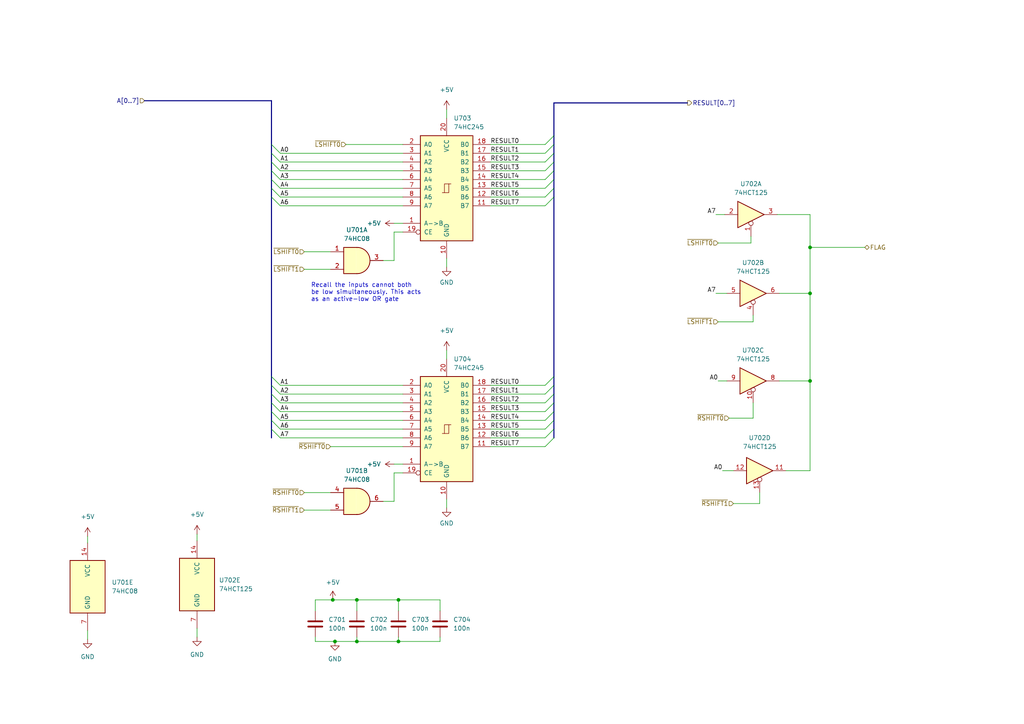
<source format=kicad_sch>
(kicad_sch (version 20211123) (generator eeschema)
  (paper "A4")
  (lib_symbols
    (symbol "74xx:74HC245" (pin_names (offset 1.016))
      (property "Reference" "U" (at -7.62 16.51 0))
      (property "Value" "74HC245" (at -7.62 -16.51 0))
      (symbol "74HC245_1_0"
        (polyline (pts (xy -0.635 -1.27) (xy -0.635 1.27) (xy 0.635 1.27)))
        (polyline (pts (xy -1.27 -1.27) (xy 0.635 -1.27) (xy 0.635 1.27) (xy 1.27 1.27)))
        (pin input line (at -12.7 -10.16 0) (length 5.08) (name "A->B") (number "1"))
        (pin power_in line (at 0 -20.32 90) (length 5.08) (name "GND") (number "10"))
        (pin tri_state line (at 12.7 -5.08 180) (length 5.08) (name "B7") (number "11"))
        (pin tri_state line (at 12.7 -2.54 180) (length 5.08) (name "B6") (number "12"))
        (pin tri_state line (at 12.7 0 180) (length 5.08) (name "B5") (number "13"))
        (pin tri_state line (at 12.7 2.54 180) (length 5.08) (name "B4") (number "14"))
        (pin tri_state line (at 12.7 5.08 180) (length 5.08) (name "B3") (number "15"))
        (pin tri_state line (at 12.7 7.62 180) (length 5.08) (name "B2") (number "16"))
        (pin tri_state line (at 12.7 10.16 180) (length 5.08) (name "B1") (number "17"))
        (pin tri_state line (at 12.7 12.7 180) (length 5.08) (name "B0") (number "18"))
        (pin input inverted (at -12.7 -12.7 0) (length 5.08) (name "CE") (number "19"))
        (pin tri_state line (at -12.7 12.7 0) (length 5.08) (name "A0") (number "2"))
        (pin power_in line (at 0 20.32 270) (length 5.08) (name "VCC") (number "20"))
        (pin tri_state line (at -12.7 10.16 0) (length 5.08) (name "A1") (number "3"))
        (pin tri_state line (at -12.7 7.62 0) (length 5.08) (name "A2") (number "4"))
        (pin tri_state line (at -12.7 5.08 0) (length 5.08) (name "A3") (number "5"))
        (pin tri_state line (at -12.7 2.54 0) (length 5.08) (name "A4") (number "6"))
        (pin tri_state line (at -12.7 0 0) (length 5.08) (name "A5") (number "7"))
        (pin tri_state line (at -12.7 -2.54 0) (length 5.08) (name "A6") (number "8"))
        (pin tri_state line (at -12.7 -5.08 0) (length 5.08) (name "A7") (number "9"))
      )
      (symbol "74HC245_1_1"
        (rectangle (start -7.62 15.24) (end 7.62 -15.24) (stroke (width 0.254)) (fill (type background)))
      )
    )
    (symbol "74xx:74LS08" (pin_names (offset 1.016))
      (property "Reference" "U" (at 0 1.27 0))
      (property "Value" "74LS08" (at 0 -1.27 0))
      (symbol "74LS08_1_1"
        (arc (start 0 -3.81) (mid 3.81 0) (end 0 3.81) (stroke (width 0.254)) (fill (type background)))
        (polyline (pts (xy 0 3.81) (xy -3.81 3.81) (xy -3.81 -3.81) (xy 0 -3.81)) (stroke (width 0.254)) (fill (type background)))
        (pin input line (at -7.62 2.54 0) (length 3.81) (name "~") (number "1"))
        (pin input line (at -7.62 -2.54 0) (length 3.81) (name "~") (number "2"))
        (pin output line (at 7.62 0 180) (length 3.81) (name "~") (number "3"))
      )
      (symbol "74LS08_1_2"
        (arc (start -3.81 -3.81) (mid -2.589 0) (end -3.81 3.81) (stroke (width 0.254)))
        (arc (start -0.6096 -3.81) (mid 2.1842 -2.5851) (end 3.81 0) (stroke (width 0.254)) (fill (type background)))
        (polyline (pts (xy -3.81 -3.81) (xy -0.635 -3.81)) (stroke (width 0.254)) (fill (type background)))
        (polyline (pts (xy -3.81 3.81) (xy -0.635 3.81)) (stroke (width 0.254)) (fill (type background)))
        (polyline (pts (xy -0.635 3.81) (xy -3.81 3.81) (xy -3.81 3.81) (xy -3.556 3.4036) (xy -3.0226 2.2606) (xy -2.6924 1.0414) (xy -2.6162 -0.254) (xy -2.7686 -1.4986) (xy -3.175 -2.7178) (xy -3.81 -3.81) (xy -3.81 -3.81) (xy -0.635 -3.81)) (stroke (width -25.4)) (fill (type background)))
        (arc (start 3.81 0) (mid 2.1915 2.5936) (end -0.6096 3.81) (stroke (width 0.254)) (fill (type background)))
        (pin input inverted (at -7.62 2.54 0) (length 4.318) (name "~") (number "1"))
        (pin input inverted (at -7.62 -2.54 0) (length 4.318) (name "~") (number "2"))
        (pin output inverted (at 7.62 0 180) (length 3.81) (name "~") (number "3"))
      )
      (symbol "74LS08_2_1"
        (arc (start 0 -3.81) (mid 3.81 0) (end 0 3.81) (stroke (width 0.254)) (fill (type background)))
        (polyline (pts (xy 0 3.81) (xy -3.81 3.81) (xy -3.81 -3.81) (xy 0 -3.81)) (stroke (width 0.254)) (fill (type background)))
        (pin input line (at -7.62 2.54 0) (length 3.81) (name "~") (number "4"))
        (pin input line (at -7.62 -2.54 0) (length 3.81) (name "~") (number "5"))
        (pin output line (at 7.62 0 180) (length 3.81) (name "~") (number "6"))
      )
      (symbol "74LS08_2_2"
        (arc (start -3.81 -3.81) (mid -2.589 0) (end -3.81 3.81) (stroke (width 0.254)))
        (arc (start -0.6096 -3.81) (mid 2.1842 -2.5851) (end 3.81 0) (stroke (width 0.254)) (fill (type background)))
        (polyline (pts (xy -3.81 -3.81) (xy -0.635 -3.81)) (stroke (width 0.254)) (fill (type background)))
        (polyline (pts (xy -3.81 3.81) (xy -0.635 3.81)) (stroke (width 0.254)) (fill (type background)))
        (polyline (pts (xy -0.635 3.81) (xy -3.81 3.81) (xy -3.81 3.81) (xy -3.556 3.4036) (xy -3.0226 2.2606) (xy -2.6924 1.0414) (xy -2.6162 -0.254) (xy -2.7686 -1.4986) (xy -3.175 -2.7178) (xy -3.81 -3.81) (xy -3.81 -3.81) (xy -0.635 -3.81)) (stroke (width -25.4)) (fill (type background)))
        (arc (start 3.81 0) (mid 2.1915 2.5936) (end -0.6096 3.81) (stroke (width 0.254)) (fill (type background)))
        (pin input inverted (at -7.62 2.54 0) (length 4.318) (name "~") (number "4"))
        (pin input inverted (at -7.62 -2.54 0) (length 4.318) (name "~") (number "5"))
        (pin output inverted (at 7.62 0 180) (length 3.81) (name "~") (number "6"))
      )
      (symbol "74LS08_3_1"
        (arc (start 0 -3.81) (mid 3.81 0) (end 0 3.81) (stroke (width 0.254)) (fill (type background)))
        (polyline (pts (xy 0 3.81) (xy -3.81 3.81) (xy -3.81 -3.81) (xy 0 -3.81)) (stroke (width 0.254)) (fill (type background)))
        (pin input line (at -7.62 -2.54 0) (length 3.81) (name "~") (number "10"))
        (pin output line (at 7.62 0 180) (length 3.81) (name "~") (number "8"))
        (pin input line (at -7.62 2.54 0) (length 3.81) (name "~") (number "9"))
      )
      (symbol "74LS08_3_2"
        (arc (start -3.81 -3.81) (mid -2.589 0) (end -3.81 3.81) (stroke (width 0.254)))
        (arc (start -0.6096 -3.81) (mid 2.1842 -2.5851) (end 3.81 0) (stroke (width 0.254)) (fill (type background)))
        (polyline (pts (xy -3.81 -3.81) (xy -0.635 -3.81)) (stroke (width 0.254)) (fill (type background)))
        (polyline (pts (xy -3.81 3.81) (xy -0.635 3.81)) (stroke (width 0.254)) (fill (type background)))
        (polyline (pts (xy -0.635 3.81) (xy -3.81 3.81) (xy -3.81 3.81) (xy -3.556 3.4036) (xy -3.0226 2.2606) (xy -2.6924 1.0414) (xy -2.6162 -0.254) (xy -2.7686 -1.4986) (xy -3.175 -2.7178) (xy -3.81 -3.81) (xy -3.81 -3.81) (xy -0.635 -3.81)) (stroke (width -25.4)) (fill (type background)))
        (arc (start 3.81 0) (mid 2.1915 2.5936) (end -0.6096 3.81) (stroke (width 0.254)) (fill (type background)))
        (pin input inverted (at -7.62 -2.54 0) (length 4.318) (name "~") (number "10"))
        (pin output inverted (at 7.62 0 180) (length 3.81) (name "~") (number "8"))
        (pin input inverted (at -7.62 2.54 0) (length 4.318) (name "~") (number "9"))
      )
      (symbol "74LS08_4_1"
        (arc (start 0 -3.81) (mid 3.81 0) (end 0 3.81) (stroke (width 0.254)) (fill (type background)))
        (polyline (pts (xy 0 3.81) (xy -3.81 3.81) (xy -3.81 -3.81) (xy 0 -3.81)) (stroke (width 0.254)) (fill (type background)))
        (pin output line (at 7.62 0 180) (length 3.81) (name "~") (number "11"))
        (pin input line (at -7.62 2.54 0) (length 3.81) (name "~") (number "12"))
        (pin input line (at -7.62 -2.54 0) (length 3.81) (name "~") (number "13"))
      )
      (symbol "74LS08_4_2"
        (arc (start -3.81 -3.81) (mid -2.589 0) (end -3.81 3.81) (stroke (width 0.254)))
        (arc (start -0.6096 -3.81) (mid 2.1842 -2.5851) (end 3.81 0) (stroke (width 0.254)) (fill (type background)))
        (polyline (pts (xy -3.81 -3.81) (xy -0.635 -3.81)) (stroke (width 0.254)) (fill (type background)))
        (polyline (pts (xy -3.81 3.81) (xy -0.635 3.81)) (stroke (width 0.254)) (fill (type background)))
        (polyline (pts (xy -0.635 3.81) (xy -3.81 3.81) (xy -3.81 3.81) (xy -3.556 3.4036) (xy -3.0226 2.2606) (xy -2.6924 1.0414) (xy -2.6162 -0.254) (xy -2.7686 -1.4986) (xy -3.175 -2.7178) (xy -3.81 -3.81) (xy -3.81 -3.81) (xy -0.635 -3.81)) (stroke (width -25.4)) (fill (type background)))
        (arc (start 3.81 0) (mid 2.1915 2.5936) (end -0.6096 3.81) (stroke (width 0.254)) (fill (type background)))
        (pin output inverted (at 7.62 0 180) (length 3.81) (name "~") (number "11"))
        (pin input inverted (at -7.62 2.54 0) (length 4.318) (name "~") (number "12"))
        (pin input inverted (at -7.62 -2.54 0) (length 4.318) (name "~") (number "13"))
      )
      (symbol "74LS08_5_0"
        (pin power_in line (at 0 12.7 270) (length 5.08) (name "VCC") (number "14"))
        (pin power_in line (at 0 -12.7 90) (length 5.08) (name "GND") (number "7"))
      )
      (symbol "74LS08_5_1"
        (rectangle (start -5.08 7.62) (end 5.08 -7.62) (stroke (width 0.254)) (fill (type background)))
      )
    )
    (symbol "74xx:74LS125" (pin_names (offset 1.016))
      (property "Reference" "U" (at 0 1.27 0))
      (property "Value" "74LS125" (at 0 -1.27 0))
      (symbol "74LS125_1_0"
        (polyline (pts (xy -3.81 3.81) (xy -3.81 -3.81) (xy 3.81 0) (xy -3.81 3.81)) (stroke (width 0.254)) (fill (type background)))
        (pin input inverted (at 0 -6.35 90) (length 4.445) (name "~") (number "1"))
        (pin input line (at -7.62 0 0) (length 3.81) (name "~") (number "2"))
        (pin tri_state line (at 7.62 0 180) (length 3.81) (name "~") (number "3"))
      )
      (symbol "74LS125_2_0"
        (polyline (pts (xy -3.81 3.81) (xy -3.81 -3.81) (xy 3.81 0) (xy -3.81 3.81)) (stroke (width 0.254)) (fill (type background)))
        (pin input inverted (at 0 -6.35 90) (length 4.445) (name "~") (number "4"))
        (pin input line (at -7.62 0 0) (length 3.81) (name "~") (number "5"))
        (pin tri_state line (at 7.62 0 180) (length 3.81) (name "~") (number "6"))
      )
      (symbol "74LS125_3_0"
        (polyline (pts (xy -3.81 3.81) (xy -3.81 -3.81) (xy 3.81 0) (xy -3.81 3.81)) (stroke (width 0.254)) (fill (type background)))
        (pin input inverted (at 0 -6.35 90) (length 4.445) (name "~") (number "10"))
        (pin tri_state line (at 7.62 0 180) (length 3.81) (name "~") (number "8"))
        (pin input line (at -7.62 0 0) (length 3.81) (name "~") (number "9"))
      )
      (symbol "74LS125_4_0"
        (polyline (pts (xy -3.81 3.81) (xy -3.81 -3.81) (xy 3.81 0) (xy -3.81 3.81)) (stroke (width 0.254)) (fill (type background)))
        (pin tri_state line (at 7.62 0 180) (length 3.81) (name "~") (number "11"))
        (pin input line (at -7.62 0 0) (length 3.81) (name "~") (number "12"))
        (pin input inverted (at 0 -6.35 90) (length 4.445) (name "~") (number "13"))
      )
      (symbol "74LS125_5_0"
        (pin power_in line (at 0 12.7 270) (length 5.08) (name "VCC") (number "14"))
        (pin power_in line (at 0 -12.7 90) (length 5.08) (name "GND") (number "7"))
      )
      (symbol "74LS125_5_1"
        (rectangle (start -5.08 7.62) (end 5.08 -7.62) (stroke (width 0.254)) (fill (type background)))
      )
    )
    (symbol "Device:C" (pin_numbers hide) (pin_names (offset 0.254))
      (property "Reference" "C" (at 0.635 2.54 0))
      (property "Value" "C" (at 0.635 -2.54 0))
      (symbol "C_0_1"
        (polyline (pts (xy -2.032 -0.762) (xy 2.032 -0.762)) (stroke (width 0.508)))
        (polyline (pts (xy -2.032 0.762) (xy 2.032 0.762)) (stroke (width 0.508)))
      )
      (symbol "C_1_1"
        (pin passive line (at 0 3.81 270) (length 2.794) (name "~") (number "1"))
        (pin passive line (at 0 -3.81 90) (length 2.794) (name "~") (number "2"))
      )
    )
    (symbol "GND_3" (power) (pin_names (offset 0))
      (property "Value" "GND_3" (at 0 -3.81 0))
      (symbol "GND_3_0_1"
        (polyline (pts (xy 0 0) (xy 0 -1.27) (xy 1.27 -1.27) (xy 0 -2.54) (xy -1.27 -1.27) (xy 0 -1.27)))
      )
      (symbol "GND_3_1_1"
        (pin power_in line (at 0 0 270) (length 0) hide (name "GND") (number "1"))
      )
    )
    (symbol "power:+5V" (power) (pin_names (offset 0))
      (property "Value" "+5V" (at 0 3.556 0))
      (symbol "+5V_0_1"
        (polyline (pts (xy -0.762 1.27) (xy 0 2.54)))
        (polyline (pts (xy 0 0) (xy 0 2.54)))
        (polyline (pts (xy 0 2.54) (xy 0.762 1.27)))
      )
      (symbol "+5V_1_1"
        (pin power_in line (at 0 0 90) (length 0) hide (name "+5V") (number "1"))
      )
    )
    (symbol "power:GND" (power) (pin_names (offset 0))
      (property "Value" "GND" (at 0 -3.81 0))
      (symbol "GND_0_1"
        (polyline (pts (xy 0 0) (xy 0 -1.27) (xy 1.27 -1.27) (xy 0 -2.54) (xy -1.27 -1.27) (xy 0 -1.27)))
      )
      (symbol "GND_1_1"
        (pin power_in line (at 0 0 270) (length 0) hide (name "GND") (number "1"))
      )
    )
  )
  (junction (at 103.505 173.99))
  (junction (at 115.57 186.055))
  (junction (at 103.505 186.055))
  (junction (at -33.02 197.485))
  (junction (at 234.95 110.49))
  (junction (at -33.02 212.09))
  (junction (at 234.95 85.09))
  (junction (at 115.57 173.99))
  (junction (at -33.02 200.025))
  (junction (at 234.95 71.755))
  (junction (at 96.52 173.99))
  (junction (at 97.155 186.055))
  (no_connect (at -13.335 214.63))
  (no_connect (at -13.335 197.485))
  (no_connect (at -13.97 181.61))
  (bus_entry (at 158.115 114.3) (size 2.54 -2.54))
  (bus_entry (at 78.74 57.15) (size 2.54 2.54))
  (bus_entry (at 158.115 59.69) (size 2.54 -2.54))
  (bus_entry (at 158.115 116.84) (size 2.54 -2.54))
  (bus_entry (at 78.74 49.53) (size 2.54 2.54))
  (bus_entry (at 158.115 57.15) (size 2.54 -2.54))
  (bus_entry (at 78.74 54.61) (size 2.54 2.54))
  (bus_entry (at 78.74 116.84) (size 2.54 2.54))
  (bus_entry (at 158.115 54.61) (size 2.54 -2.54))
  (bus_entry (at 78.74 119.38) (size 2.54 2.54))
  (bus_entry (at 158.115 111.76) (size 2.54 -2.54))
  (bus_entry (at 78.74 121.92) (size 2.54 2.54))
  (bus_entry (at 78.74 46.99) (size 2.54 2.54))
  (bus_entry (at 158.115 124.46) (size 2.54 -2.54))
  (bus_entry (at 158.115 119.38) (size 2.54 -2.54))
  (bus_entry (at 158.115 129.54) (size 2.54 -2.54))
  (bus_entry (at 158.115 41.91) (size 2.54 -2.54))
  (bus_entry (at 158.115 46.99) (size 2.54 -2.54))
  (bus_entry (at 158.115 52.07) (size 2.54 -2.54))
  (bus_entry (at 78.74 124.46) (size 2.54 2.54))
  (bus_entry (at 78.74 114.3) (size 2.54 2.54))
  (bus_entry (at 78.74 109.22) (size 2.54 2.54))
  (bus_entry (at 158.115 44.45) (size 2.54 -2.54))
  (bus_entry (at 158.115 121.92) (size 2.54 -2.54))
  (bus_entry (at 158.115 49.53) (size 2.54 -2.54))
  (bus_entry (at 78.74 41.91) (size 2.54 2.54))
  (bus_entry (at 78.74 44.45) (size 2.54 2.54))
  (bus_entry (at 158.115 127) (size 2.54 -2.54))
  (bus_entry (at 78.74 52.07) (size 2.54 2.54))
  (bus_entry (at 78.74 111.76) (size 2.54 2.54))
  (bus (pts (xy 78.74 111.76) (xy 78.74 114.3)))
  (wire (pts (xy 129.54 74.93) (xy 129.54 77.47)))
  (bus (pts (xy 160.655 127) (xy 160.655 124.46)))
  (wire (pts (xy 114.3 75.565) (xy 114.3 67.31)))
  (bus (pts (xy 160.655 109.22) (xy 160.655 57.15)))
  (wire (pts (xy 234.95 71.755) (xy 234.95 85.09)))
  (wire (pts (xy 127.635 186.055) (xy 127.635 184.785)))
  (wire (pts (xy 142.24 57.15) (xy 158.115 57.15)))
  (wire (pts (xy 81.28 119.38) (xy 116.84 119.38)))
  (wire (pts (xy 91.44 186.055) (xy 97.155 186.055)))
  (wire (pts (xy 95.885 129.54) (xy 116.84 129.54)))
  (wire (pts (xy 207.645 85.09) (xy 210.82 85.09)))
  (wire (pts (xy -33.02 197.485) (xy -33.02 194.945)))
  (wire (pts (xy -33.02 200.025) (xy -28.575 200.025)))
  (wire (pts (xy 81.28 121.92) (xy 116.84 121.92)))
  (wire (pts (xy 115.57 173.99) (xy 127.635 173.99)))
  (wire (pts (xy 142.24 46.99) (xy 158.115 46.99)))
  (bus (pts (xy 78.74 57.15) (xy 78.74 109.22)))
  (wire (pts (xy 81.28 49.53) (xy 116.84 49.53)))
  (wire (pts (xy 103.505 184.785) (xy 103.505 186.055)))
  (wire (pts (xy 209.55 136.525) (xy 212.725 136.525)))
  (wire (pts (xy -33.02 212.09) (xy -33.02 200.025)))
  (bus (pts (xy 78.74 121.92) (xy 78.74 124.46)))
  (bus (pts (xy 78.74 46.99) (xy 78.74 49.53)))
  (wire (pts (xy 234.95 110.49) (xy 234.95 136.525)))
  (bus (pts (xy 78.74 44.45) (xy 78.74 46.99)))
  (wire (pts (xy -34.925 197.485) (xy -33.02 197.485)))
  (wire (pts (xy 142.24 54.61) (xy 158.115 54.61)))
  (wire (pts (xy 91.44 184.785) (xy 91.44 186.055)))
  (wire (pts (xy 57.15 154.94) (xy 57.15 156.845)))
  (bus (pts (xy 78.74 116.84) (xy 78.74 119.38)))
  (wire (pts (xy 234.95 62.23) (xy 234.95 71.755)))
  (wire (pts (xy 129.54 144.78) (xy 129.54 147.32)))
  (bus (pts (xy 160.655 41.91) (xy 160.655 39.37)))
  (bus (pts (xy 160.655 124.46) (xy 160.655 121.92)))
  (wire (pts (xy 81.28 124.46) (xy 116.84 124.46)))
  (wire (pts (xy 81.28 116.84) (xy 116.84 116.84)))
  (wire (pts (xy 208.28 70.485) (xy 217.805 70.485)))
  (bus (pts (xy 160.655 119.38) (xy 160.655 116.84)))
  (wire (pts (xy 208.28 93.345) (xy 218.44 93.345)))
  (wire (pts (xy 91.44 177.165) (xy 91.44 173.99)))
  (wire (pts (xy 81.28 57.15) (xy 116.84 57.15)))
  (wire (pts (xy 142.24 121.92) (xy 158.115 121.92)))
  (wire (pts (xy 81.28 127) (xy 116.84 127)))
  (wire (pts (xy 220.345 146.05) (xy 220.345 142.875)))
  (wire (pts (xy 142.24 114.3) (xy 158.115 114.3)))
  (wire (pts (xy 25.4 182.88) (xy 25.4 185.42)))
  (wire (pts (xy 88.265 78.105) (xy 95.885 78.105)))
  (wire (pts (xy 103.505 173.99) (xy 103.505 177.165)))
  (wire (pts (xy -33.02 200.025) (xy -33.02 197.485)))
  (wire (pts (xy 127.635 173.99) (xy 127.635 177.165)))
  (wire (pts (xy -33.02 212.09) (xy -28.575 212.09)))
  (wire (pts (xy -33.02 194.945) (xy -28.575 194.945)))
  (wire (pts (xy 81.28 54.61) (xy 116.84 54.61)))
  (bus (pts (xy 160.655 54.61) (xy 160.655 52.07)))
  (wire (pts (xy 100.33 41.91) (xy 116.84 41.91)))
  (wire (pts (xy 91.44 173.99) (xy 96.52 173.99)))
  (wire (pts (xy 115.57 173.99) (xy 115.57 177.165)))
  (wire (pts (xy 218.44 93.345) (xy 218.44 91.44)))
  (wire (pts (xy 142.24 41.91) (xy 158.115 41.91)))
  (wire (pts (xy 212.725 146.05) (xy 220.345 146.05)))
  (bus (pts (xy 160.655 44.45) (xy 160.655 41.91)))
  (wire (pts (xy 81.28 44.45) (xy 116.84 44.45)))
  (bus (pts (xy 78.74 29.21) (xy 78.74 41.91)))
  (wire (pts (xy 114.3 137.16) (xy 116.84 137.16)))
  (wire (pts (xy 114.3 145.415) (xy 114.3 137.16)))
  (wire (pts (xy 234.95 85.09) (xy 234.95 110.49)))
  (wire (pts (xy -28.575 217.17) (xy -33.02 217.17)))
  (wire (pts (xy 81.28 52.07) (xy 116.84 52.07)))
  (bus (pts (xy 160.655 111.76) (xy 160.655 109.22)))
  (wire (pts (xy 57.15 182.245) (xy 57.15 184.785)))
  (wire (pts (xy 88.265 147.955) (xy 95.885 147.955)))
  (bus (pts (xy 160.655 39.37) (xy 160.655 29.845)))
  (wire (pts (xy 25.4 155.575) (xy 25.4 157.48)))
  (wire (pts (xy 115.57 186.055) (xy 127.635 186.055)))
  (wire (pts (xy 250.825 71.755) (xy 234.95 71.755)))
  (wire (pts (xy 103.505 173.99) (xy 115.57 173.99)))
  (wire (pts (xy 96.52 173.99) (xy 103.505 173.99)))
  (bus (pts (xy 160.655 46.99) (xy 160.655 44.45)))
  (wire (pts (xy 208.28 110.49) (xy 210.82 110.49)))
  (wire (pts (xy 142.24 59.69) (xy 158.115 59.69)))
  (wire (pts (xy 97.155 186.055) (xy 103.505 186.055)))
  (bus (pts (xy 160.655 116.84) (xy 160.655 114.3)))
  (wire (pts (xy 111.125 75.565) (xy 114.3 75.565)))
  (wire (pts (xy 234.95 136.525) (xy 227.965 136.525)))
  (wire (pts (xy 142.24 119.38) (xy 158.115 119.38)))
  (wire (pts (xy 225.425 62.23) (xy 234.95 62.23)))
  (bus (pts (xy 78.74 54.61) (xy 78.74 57.15)))
  (bus (pts (xy 78.74 114.3) (xy 78.74 116.84)))
  (wire (pts (xy 142.24 44.45) (xy 158.115 44.45)))
  (bus (pts (xy 160.655 57.15) (xy 160.655 54.61)))
  (bus (pts (xy 78.74 119.38) (xy 78.74 121.92)))
  (wire (pts (xy 114.3 134.62) (xy 116.84 134.62)))
  (wire (pts (xy 211.455 121.285) (xy 218.44 121.285)))
  (bus (pts (xy 160.655 52.07) (xy 160.655 49.53)))
  (wire (pts (xy 207.645 62.23) (xy 210.185 62.23)))
  (wire (pts (xy 115.57 184.785) (xy 115.57 186.055)))
  (wire (pts (xy 142.24 127) (xy 158.115 127)))
  (bus (pts (xy 160.655 29.845) (xy 199.39 29.845)))
  (wire (pts (xy 129.54 31.75) (xy 129.54 34.29)))
  (wire (pts (xy 142.24 116.84) (xy 158.115 116.84)))
  (wire (pts (xy 111.125 145.415) (xy 114.3 145.415)))
  (wire (pts (xy 103.505 186.055) (xy 115.57 186.055)))
  (wire (pts (xy 114.3 64.77) (xy 116.84 64.77)))
  (wire (pts (xy 114.3 67.31) (xy 116.84 67.31)))
  (wire (pts (xy 88.265 142.875) (xy 95.885 142.875)))
  (wire (pts (xy 88.265 73.025) (xy 95.885 73.025)))
  (bus (pts (xy 78.74 124.46) (xy 78.74 127)))
  (wire (pts (xy 142.24 111.76) (xy 158.115 111.76)))
  (wire (pts (xy -33.02 217.17) (xy -33.02 212.09)))
  (bus (pts (xy 78.74 52.07) (xy 78.74 54.61)))
  (wire (pts (xy 81.28 111.76) (xy 116.84 111.76)))
  (wire (pts (xy 81.28 114.3) (xy 116.84 114.3)))
  (wire (pts (xy 218.44 121.285) (xy 218.44 116.84)))
  (bus (pts (xy 41.91 29.21) (xy 78.74 29.21)))
  (wire (pts (xy 142.24 52.07) (xy 158.115 52.07)))
  (bus (pts (xy 78.74 49.53) (xy 78.74 52.07)))
  (wire (pts (xy 142.24 129.54) (xy 158.115 129.54)))
  (wire (pts (xy 81.28 59.69) (xy 116.84 59.69)))
  (wire (pts (xy 129.54 101.6) (xy 129.54 104.14)))
  (wire (pts (xy 217.805 70.485) (xy 217.805 68.58)))
  (wire (pts (xy 142.24 49.53) (xy 158.115 49.53)))
  (bus (pts (xy 160.655 49.53) (xy 160.655 46.99)))
  (wire (pts (xy 226.06 110.49) (xy 234.95 110.49)))
  (bus (pts (xy 78.74 41.91) (xy 78.74 44.45)))
  (bus (pts (xy 78.74 109.22) (xy 78.74 111.76)))
  (bus (pts (xy 160.655 114.3) (xy 160.655 111.76)))
  (bus (pts (xy 160.655 121.92) (xy 160.655 119.38)))
  (wire (pts (xy 81.28 46.99) (xy 116.84 46.99)))
  (wire (pts (xy 234.95 85.09) (xy 226.06 85.09)))
  (wire (pts (xy 142.24 124.46) (xy 158.115 124.46)))
  (text "Recall the inputs cannot both\nbe low simultaneously. This acts\nas an active-low OR gate" (at 90.17 87.63 0) (effects (font (size 1.27 1.27)) (justify left bottom)))
  (label "A2" (at 81.28 49.53 0))
  (label "RESULT3" (at 142.24 49.53 0))
  (label "A7" (at 207.645 62.23 180))
  (label "A1" (at 81.28 46.99 0))
  (label "A0" (at 208.28 110.49 180))
  (label "A7" (at 207.645 85.09 180))
  (label "A7" (at 81.28 127 0))
  (label "A0" (at 209.55 136.525 180))
  (label "RESULT4" (at 142.24 52.07 0))
  (label "RESULT6" (at 142.24 127 0))
  (label "RESULT2" (at 142.24 46.99 0))
  (label "A4" (at 81.28 119.38 0))
  (label "A0" (at 81.28 44.45 0))
  (label "A6" (at 81.28 124.46 0))
  (label "RESULT1" (at 142.24 114.3 0))
  (label "RESULT0" (at 142.24 111.76 0))
  (label "RESULT3" (at 142.24 119.38 0))
  (label "RESULT7" (at 142.24 59.69 0))
  (label "A5" (at 81.28 121.92 0))
  (label "RESULT5" (at 142.24 54.61 0))
  (label "A4" (at 81.28 54.61 0))
  (label "A6" (at 81.28 59.69 0))
  (label "A3" (at 81.28 52.07 0))
  (label "A3" (at 81.28 116.84 0))
  (label "A5" (at 81.28 57.15 0))
  (label "RESULT7" (at 142.24 129.54 0))
  (label "RESULT4" (at 142.24 121.92 0))
  (label "RESULT0" (at 142.24 41.91 0))
  (label "A2" (at 81.28 114.3 0))
  (label "RESULT2" (at 142.24 116.84 0))
  (label "RESULT6" (at 142.24 57.15 0))
  (label "A1" (at 81.28 111.76 0))
  (label "RESULT5" (at 142.24 124.46 0))
  (label "RESULT1" (at 142.24 44.45 0))
  (hierarchical_label "~{LSHIFT0}" (shape input) (at 208.28 70.485 180))
  (hierarchical_label "~{LSHIFT1}" (shape input) (at 88.265 78.105 180))
  (hierarchical_label "FLAG" (shape tri_state) (at 250.825 71.755 0))
  (hierarchical_label "~{RSHIFT0}" (shape input) (at 211.455 121.285 180))
  (hierarchical_label "RESULT[0..7]" (shape output) (at 199.39 29.845 0))
  (hierarchical_label "~{LSHIFT0}" (shape input) (at 100.33 41.91 180))
  (hierarchical_label "~{RSHIFT1}" (shape input) (at 212.725 146.05 180))
  (hierarchical_label "A[0..7]" (shape input) (at 41.91 29.21 180))
  (hierarchical_label "~{LSHIFT0}" (shape input) (at 88.265 73.025 180))
  (hierarchical_label "~{RSHIFT0}" (shape input) (at 88.265 142.875 180))
  (hierarchical_label "~{RSHIFT1}" (shape input) (at 88.265 147.955 180))
  (hierarchical_label "~{LSHIFT1}" (shape input) (at 208.28 93.345 180))
  (hierarchical_label "~{RSHIFT0}" (shape input) (at 95.885 129.54 180))
  (symbol (lib_id "power:GND") (at 97.155 186.055 0) (unit 1)
    (property "Reference" "#PWR0707" (effects hide))
    (property "Value" "GND" (at 97.155 191.135 0))
  )
  (symbol (lib_id "74xx:74LS125") (at 217.805 62.23 0) (unit 1)
    (property "Reference" "U702" (at 217.805 53.34 0))
    (property "Value" "74HCT125" (at 217.805 55.88 0))
    (property "Footprint" "Package_DIP:DIP-14_W7.62mm_Socket" (effects hide))
    (property "Datasheet" "http://www.ti.com/lit/gpn/sn74LS125" (effects hide))
  )
  (symbol (lib_id "Device:C") (at 127.635 180.975 0) (unit 1)
    (property "Reference" "C704" (at 131.445 179.7049 0) (effects (justify left)))
    (property "Value" "100n" (at 131.445 182.2449 0) (effects (justify left)))
    (property "Footprint" "Capacitor_SMD:C_0603_1608Metric" (effects hide))
    (property "Datasheet" "https://datasheet.lcsc.com/lcsc/1809301912_YAGEO-CC0603KRX7R9BB104_C14663.pdf" (effects hide))
    (property "LCSC" "C14663" (effects hide))
  )
  (symbol (lib_id "power:+5V") (at 114.3 134.62 90) (unit 1)
    (property "Reference" "#PWR0709" (effects hide))
    (property "Value" "+5V" (at 110.49 134.6199 90) (effects (justify left)))
  )
  (symbol (lib_id "Device:C") (at 103.505 180.975 0) (unit 1)
    (property "Reference" "C702" (at 107.315 179.7049 0) (effects (justify left)))
    (property "Value" "100n" (at 107.315 182.2449 0) (effects (justify left)))
    (property "Footprint" "Capacitor_SMD:C_0603_1608Metric" (effects hide))
    (property "Datasheet" "https://datasheet.lcsc.com/lcsc/1809301912_YAGEO-CC0603KRX7R9BB104_C14663.pdf" (effects hide))
    (property "LCSC" "C14663" (effects hide))
  )
  (symbol (lib_id "power:GND") (at 129.54 147.32 0) (unit 1)
    (property "Reference" "#PWR0713" (effects hide))
    (property "Value" "GND" (at 129.54 151.765 0))
  )
  (symbol (lib_id "74xx:74HC245") (at 129.54 124.46 0) (unit 1)
    (property "Reference" "U704" (at 131.5594 104.14 0) (effects (justify left)))
    (property "Value" "74HC245" (at 131.5594 106.68 0) (effects (justify left)))
    (property "Footprint" "Package_SO:SOIC-20W_7.5x12.8mm_P1.27mm" (effects hide))
    (property "Datasheet" "http://www.ti.com/lit/gpn/sn74HC245" (effects hide))
    (property "LCSC" "C5625" (effects hide))
  )
  (symbol (lib_id "power:+5V") (at 57.15 154.94 0) (unit 1)
    (property "Reference" "#PWR0704" (effects hide))
    (property "Value" "+5V" (at 57.15 149.225 0))
  )
  (symbol (lib_id "power:+5V") (at 96.52 173.99 0) (unit 1)
    (property "Reference" "#PWR0706" (effects hide))
    (property "Value" "+5V" (at 96.52 168.91 0))
  )
  (symbol (lib_id "74xx:74LS08") (at 103.505 145.415 0) (unit 2)
    (property "Reference" "U701" (at 103.505 136.525 0))
    (property "Value" "74HC08" (at 103.505 139.065 0))
    (property "Footprint" "Package_SO:SOIC-14_3.9x8.7mm_P1.27mm" (effects hide))
    (property "Datasheet" "http://www.ti.com/lit/gpn/sn74LS08" (effects hide))
    (property "LCSC" "C5593" (effects hide))
  )
  (symbol (lib_id "power:+5V") (at 25.4 155.575 0) (unit 1)
    (property "Reference" "#PWR0702" (effects hide))
    (property "Value" "+5V" (at 25.4 149.86 0))
  )
  (symbol (lib_id "power:GND") (at 129.54 77.47 0) (unit 1)
    (property "Reference" "#PWR0711" (effects hide))
    (property "Value" "GND" (at 129.54 81.915 0))
  )
  (symbol (lib_id "74xx:74LS125") (at 218.44 85.09 0) (unit 2)
    (property "Reference" "U702" (at 218.44 76.2 0))
    (property "Value" "74HCT125" (at 218.44 78.74 0))
    (property "Footprint" "Package_DIP:DIP-14_W7.62mm_Socket" (effects hide))
    (property "Datasheet" "http://www.ti.com/lit/gpn/sn74LS125" (effects hide))
  )
  (symbol (lib_id "Device:C") (at 91.44 180.975 0) (unit 1)
    (property "Reference" "C701" (at 95.25 179.7049 0) (effects (justify left)))
    (property "Value" "100n" (at 95.25 182.2449 0) (effects (justify left)))
    (property "Footprint" "Capacitor_SMD:C_0603_1608Metric" (effects hide))
    (property "Datasheet" "https://datasheet.lcsc.com/lcsc/1809301912_YAGEO-CC0603KRX7R9BB104_C14663.pdf" (effects hide))
    (property "LCSC" "C14663" (effects hide))
  )
  (symbol (lib_id "74xx:74HC245") (at 129.54 54.61 0) (unit 1)
    (property "Reference" "U703" (at 131.5594 34.29 0) (effects (justify left)))
    (property "Value" "74HC245" (at 131.5594 36.83 0) (effects (justify left)))
    (property "Footprint" "Package_SO:SOIC-20W_7.5x12.8mm_P1.27mm" (effects hide))
    (property "Datasheet" "http://www.ti.com/lit/gpn/sn74HC245" (effects hide))
    (property "LCSC" "C5625" (effects hide))
  )
  (symbol (lib_id "74xx:74LS08") (at 103.505 75.565 0) (unit 1)
    (property "Reference" "U701" (at 103.505 66.675 0))
    (property "Value" "74HC08" (at 103.505 69.215 0))
    (property "Footprint" "Package_SO:SOIC-14_3.9x8.7mm_P1.27mm" (effects hide))
    (property "Datasheet" "http://www.ti.com/lit/gpn/sn74LS08" (effects hide))
    (property "LCSC" "C5593" (effects hide))
  )
  (symbol (lib_id "power:+5V") (at 129.54 101.6 0) (unit 1)
    (property "Reference" "#PWR0712" (effects hide))
    (property "Value" "+5V" (at 129.54 95.885 0))
  )
  (symbol (lib_id "74xx:74LS125") (at 57.15 169.545 0) (unit 5)
    (property "Reference" "U702" (at 63.5 168.2749 0) (effects (justify left)))
    (property "Value" "74HCT125" (at 63.5 170.8149 0) (effects (justify left)))
    (property "Footprint" "Package_DIP:DIP-14_W7.62mm_Socket" (effects hide))
    (property "Datasheet" "http://www.ti.com/lit/gpn/sn74LS125" (effects hide))
  )
  (symbol (lib_id "power:+5V") (at 129.54 31.75 0) (unit 1)
    (property "Reference" "#PWR0710" (effects hide))
    (property "Value" "+5V" (at 129.54 26.035 0))
  )
  (symbol (lib_id "74xx:74LS125") (at 218.44 110.49 0) (unit 3)
    (property "Reference" "U702" (at 218.44 101.6 0))
    (property "Value" "74HCT125" (at 218.44 104.14 0))
    (property "Footprint" "Package_DIP:DIP-14_W7.62mm_Socket" (effects hide))
    (property "Datasheet" "http://www.ti.com/lit/gpn/sn74LS125" (effects hide))
  )
  (symbol (lib_id "74xx:74LS08") (at 25.4 170.18 0) (unit 5)
    (property "Reference" "U701" (at 32.385 168.9099 0) (effects (justify left)))
    (property "Value" "74HC08" (at 32.385 171.4499 0) (effects (justify left)))
    (property "Footprint" "Package_SO:SOIC-14_3.9x8.7mm_P1.27mm" (effects hide))
    (property "Datasheet" "http://www.ti.com/lit/gpn/sn74LS08" (effects hide))
    (property "LCSC" "C5593" (effects hide))
  )
  (symbol (lib_id "74xx:74LS08") (at -20.955 214.63 0) (unit 4)
    (property "Reference" "U701" (at -20.955 205.74 0))
    (property "Value" "74HC08" (at -20.955 208.28 0))
    (property "Footprint" "Package_SO:SOIC-14_3.9x8.7mm_P1.27mm" (effects hide))
    (property "Datasheet" "http://www.ti.com/lit/gpn/sn74LS08" (effects hide))
    (property "LCSC" "C5593" (effects hide))
  )
  (symbol (lib_id "74xx:74LS125") (at 220.345 136.525 0) (unit 4)
    (property "Reference" "U702" (at 220.345 127 0))
    (property "Value" "74HCT125" (at 220.345 129.54 0))
    (property "Footprint" "Package_DIP:DIP-14_W7.62mm_Socket" (effects hide))
    (property "Datasheet" "http://www.ti.com/lit/gpn/sn74LS125" (effects hide))
  )
  (symbol (lib_id "Device:C") (at 115.57 180.975 0) (unit 1)
    (property "Reference" "C703" (at 119.38 179.7049 0) (effects (justify left)))
    (property "Value" "100n" (at 119.38 182.2449 0) (effects (justify left)))
    (property "Footprint" "Capacitor_SMD:C_0603_1608Metric" (effects hide))
    (property "Datasheet" "https://datasheet.lcsc.com/lcsc/1809301912_YAGEO-CC0603KRX7R9BB104_C14663.pdf" (effects hide))
    (property "LCSC" "C14663" (effects hide))
  )
  (symbol (lib_id "power:GND") (at 25.4 185.42 0) (unit 1)
    (property "Reference" "#PWR0703" (effects hide))
    (property "Value" "GND" (at 25.4 190.5 0))
  )
  (symbol (lib_id "power:+5V") (at 114.3 64.77 90) (unit 1)
    (property "Reference" "#PWR0708" (effects hide))
    (property "Value" "+5V" (at 110.49 64.7699 90) (effects (justify left)))
  )
  (symbol (lib_id "74xx:74LS08") (at -20.955 197.485 0) (unit 3)
    (property "Reference" "U701" (at -20.955 188.595 0))
    (property "Value" "74HC08" (at -20.955 191.135 0))
    (property "Footprint" "Package_SO:SOIC-14_3.9x8.7mm_P1.27mm" (effects hide))
    (property "Datasheet" "http://www.ti.com/lit/gpn/sn74LS08" (effects hide))
    (property "LCSC" "C5593" (effects hide))
  )
  (symbol (lib_name "GND_3") (lib_id "power:GND") (at -34.925 197.485 270) (unit 1)
    (property "Reference" "#PWR0701" (effects hide))
    (property "Value" "GND" (at -38.735 197.4849 90) (effects (justify right)))
  )
  (symbol (lib_id "power:GND") (at 57.15 184.785 0) (unit 1)
    (property "Reference" "#PWR0705" (effects hide))
    (property "Value" "GND" (at 57.15 189.865 0))
  )
)
</source>
